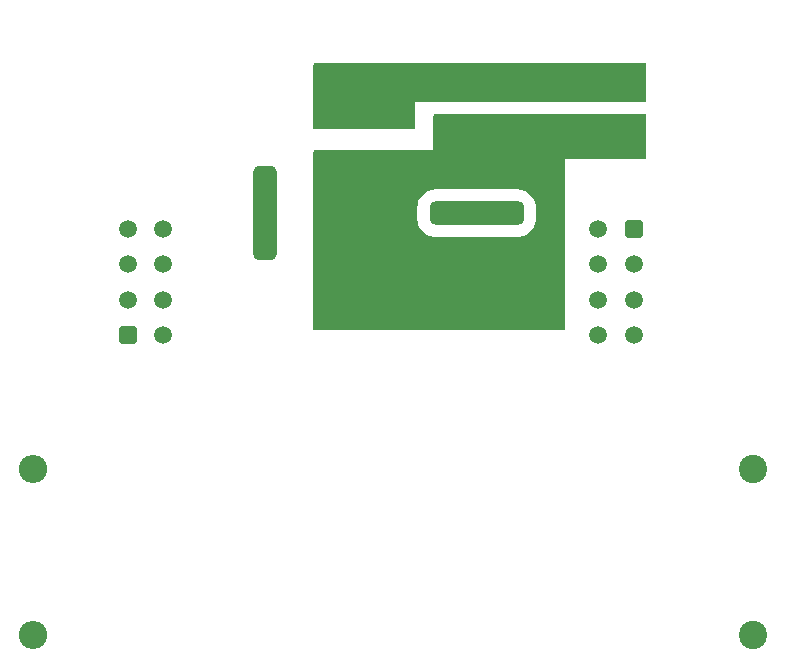
<source format=gbr>
%TF.GenerationSoftware,KiCad,Pcbnew,(6.0.1)*%
%TF.CreationDate,2022-06-01T15:12:45+03:00*%
%TF.ProjectId,Charge Adapter,43686172-6765-4204-9164-61707465722e,rev?*%
%TF.SameCoordinates,Original*%
%TF.FileFunction,Copper,L2,Bot*%
%TF.FilePolarity,Positive*%
%FSLAX46Y46*%
G04 Gerber Fmt 4.6, Leading zero omitted, Abs format (unit mm)*
G04 Created by KiCad (PCBNEW (6.0.1)) date 2022-06-01 15:12:45*
%MOMM*%
%LPD*%
G01*
G04 APERTURE LIST*
G04 Aperture macros list*
%AMRoundRect*
0 Rectangle with rounded corners*
0 $1 Rounding radius*
0 $2 $3 $4 $5 $6 $7 $8 $9 X,Y pos of 4 corners*
0 Add a 4 corners polygon primitive as box body*
4,1,4,$2,$3,$4,$5,$6,$7,$8,$9,$2,$3,0*
0 Add four circle primitives for the rounded corners*
1,1,$1+$1,$2,$3*
1,1,$1+$1,$4,$5*
1,1,$1+$1,$6,$7*
1,1,$1+$1,$8,$9*
0 Add four rect primitives between the rounded corners*
20,1,$1+$1,$2,$3,$4,$5,0*
20,1,$1+$1,$4,$5,$6,$7,0*
20,1,$1+$1,$6,$7,$8,$9,0*
20,1,$1+$1,$8,$9,$2,$3,0*%
G04 Aperture macros list end*
%TA.AperFunction,ComponentPad*%
%ADD10C,2.400000*%
%TD*%
%TA.AperFunction,ComponentPad*%
%ADD11O,2.400000X2.400000*%
%TD*%
%TA.AperFunction,ComponentPad*%
%ADD12RoundRect,0.250001X0.499999X-0.499999X0.499999X0.499999X-0.499999X0.499999X-0.499999X-0.499999X0*%
%TD*%
%TA.AperFunction,ComponentPad*%
%ADD13C,1.500000*%
%TD*%
%TA.AperFunction,ComponentPad*%
%ADD14RoundRect,0.250001X-0.499999X0.499999X-0.499999X-0.499999X0.499999X-0.499999X0.499999X0.499999X0*%
%TD*%
%TA.AperFunction,ComponentPad*%
%ADD15RoundRect,0.500000X3.500000X0.500000X-3.500000X0.500000X-3.500000X-0.500000X3.500000X-0.500000X0*%
%TD*%
%TA.AperFunction,ComponentPad*%
%ADD16RoundRect,0.500000X-0.500000X3.500000X-0.500000X-3.500000X0.500000X-3.500000X0.500000X3.500000X0*%
%TD*%
G04 APERTURE END LIST*
D10*
%TO.P,R2,1*%
%TO.N,Net-(D1-Pad30)*%
X155071000Y-83139000D03*
D11*
%TO.P,R2,2*%
%TO.N,Net-(D1-Pad87)*%
X94111000Y-83139000D03*
%TD*%
D10*
%TO.P,R1,1*%
%TO.N,Net-(D1-Pad30)*%
X155071000Y-97189000D03*
D11*
%TO.P,R1,2*%
%TO.N,Net-(D1-Pad87)*%
X94111000Y-97189000D03*
%TD*%
D12*
%TO.P,J3,1,Pin_1*%
%TO.N,Net-(D1-Pad87)*%
X102153000Y-71810000D03*
D13*
%TO.P,J3,2,Pin_2*%
X102153000Y-68810000D03*
%TO.P,J3,3,Pin_3*%
X102153000Y-65810000D03*
%TO.P,J3,4,Pin_4*%
X102153000Y-62810000D03*
%TO.P,J3,5,Pin_5*%
X105153000Y-71810000D03*
%TO.P,J3,6,Pin_6*%
X105153000Y-68810000D03*
%TO.P,J3,7,Pin_7*%
X105153000Y-65810000D03*
%TO.P,J3,8,Pin_8*%
X105153000Y-62810000D03*
%TD*%
D14*
%TO.P,J2,1,Pin_1*%
%TO.N,Net-(D1-Pad86)*%
X144989000Y-51078000D03*
D13*
%TO.P,J2,2,Pin_2*%
%TO.N,Net-(D1-Pad85)*%
X144989000Y-54078000D03*
%TO.P,J2,3,Pin_3*%
%TO.N,Net-(D1-Pad86)*%
X141989000Y-51078000D03*
%TO.P,J2,4,Pin_4*%
%TO.N,Net-(D1-Pad85)*%
X141989000Y-54078000D03*
%TD*%
D14*
%TO.P,J1,1,Pin_1*%
%TO.N,Net-(D1-Pad30)*%
X144989000Y-62810000D03*
D13*
%TO.P,J1,2,Pin_2*%
X144989000Y-65810000D03*
%TO.P,J1,3,Pin_3*%
X144989000Y-68810000D03*
%TO.P,J1,4,Pin_4*%
X144989000Y-71810000D03*
%TO.P,J1,5,Pin_5*%
X141989000Y-62810000D03*
%TO.P,J1,6,Pin_6*%
X141989000Y-65810000D03*
%TO.P,J1,7,Pin_7*%
X141989000Y-68810000D03*
%TO.P,J1,8,Pin_8*%
X141989000Y-71810000D03*
%TD*%
D15*
%TO.P,D1,30*%
%TO.N,Net-(D1-Pad30)*%
X131674000Y-61468000D03*
%TO.P,D1,85*%
%TO.N,Net-(D1-Pad85)*%
X122174000Y-69868000D03*
%TO.P,D1,86*%
%TO.N,Net-(D1-Pad86)*%
X122174000Y-53068000D03*
D16*
%TO.P,D1,87*%
%TO.N,Net-(D1-Pad87)*%
X113774000Y-61468000D03*
%TD*%
%TA.AperFunction,Conductor*%
%TO.N,Net-(D1-Pad86)*%
G36*
X145992121Y-48788002D02*
G01*
X146038614Y-48841658D01*
X146050000Y-48894000D01*
X146050000Y-51944000D01*
X146029998Y-52012121D01*
X145976342Y-52058614D01*
X145924000Y-52070000D01*
X126492000Y-52070000D01*
X126492000Y-54230000D01*
X126471998Y-54298121D01*
X126418342Y-54344614D01*
X126366000Y-54356000D01*
X117982000Y-54356000D01*
X117913879Y-54335998D01*
X117867386Y-54282342D01*
X117856000Y-54230000D01*
X117856000Y-48894000D01*
X117876002Y-48825879D01*
X117929658Y-48779386D01*
X117982000Y-48768000D01*
X145924000Y-48768000D01*
X145992121Y-48788002D01*
G37*
%TD.AperFunction*%
%TD*%
%TA.AperFunction,Conductor*%
%TO.N,Net-(D1-Pad85)*%
G36*
X145992121Y-53106002D02*
G01*
X146038614Y-53159658D01*
X146050000Y-53212000D01*
X146050000Y-56770000D01*
X146029998Y-56838121D01*
X145976342Y-56884614D01*
X145924000Y-56896000D01*
X139192000Y-56896000D01*
X139192000Y-71248000D01*
X139171998Y-71316121D01*
X139118342Y-71362614D01*
X139066000Y-71374000D01*
X117982000Y-71374000D01*
X117913879Y-71353998D01*
X117867386Y-71300342D01*
X117856000Y-71248000D01*
X117856000Y-62047532D01*
X126673500Y-62047532D01*
X126680897Y-62161920D01*
X126732619Y-62403179D01*
X126823049Y-62632750D01*
X126949761Y-62844469D01*
X127109350Y-63032650D01*
X127297531Y-63192239D01*
X127509250Y-63318951D01*
X127514057Y-63320844D01*
X127514060Y-63320846D01*
X127629931Y-63366488D01*
X127738821Y-63409381D01*
X127867317Y-63436929D01*
X127975563Y-63460135D01*
X127975568Y-63460136D01*
X127980080Y-63461103D01*
X128094468Y-63468500D01*
X135253532Y-63468500D01*
X135367920Y-63461103D01*
X135372432Y-63460136D01*
X135372437Y-63460135D01*
X135480683Y-63436929D01*
X135609179Y-63409381D01*
X135718069Y-63366488D01*
X135833940Y-63320846D01*
X135833943Y-63320844D01*
X135838750Y-63318951D01*
X136050469Y-63192239D01*
X136238650Y-63032650D01*
X136398239Y-62844469D01*
X136524951Y-62632750D01*
X136615381Y-62403179D01*
X136667103Y-62161920D01*
X136674500Y-62047532D01*
X136674500Y-60888468D01*
X136667103Y-60774080D01*
X136615381Y-60532821D01*
X136524951Y-60303250D01*
X136398239Y-60091531D01*
X136238650Y-59903350D01*
X136050469Y-59743761D01*
X135838750Y-59617049D01*
X135833943Y-59615156D01*
X135833940Y-59615154D01*
X135718069Y-59569512D01*
X135609179Y-59526619D01*
X135480683Y-59499071D01*
X135372437Y-59475865D01*
X135372432Y-59475864D01*
X135367920Y-59474897D01*
X135253532Y-59467500D01*
X128094468Y-59467500D01*
X127980080Y-59474897D01*
X127975568Y-59475864D01*
X127975563Y-59475865D01*
X127867317Y-59499071D01*
X127738821Y-59526619D01*
X127629931Y-59569512D01*
X127514060Y-59615154D01*
X127514057Y-59615156D01*
X127509250Y-59617049D01*
X127297531Y-59743761D01*
X127109350Y-59903350D01*
X126949761Y-60091531D01*
X126823049Y-60303250D01*
X126732619Y-60532821D01*
X126680897Y-60774080D01*
X126673500Y-60888468D01*
X126673500Y-62047532D01*
X117856000Y-62047532D01*
X117856000Y-56260000D01*
X117876002Y-56191879D01*
X117929658Y-56145386D01*
X117982000Y-56134000D01*
X128016000Y-56134000D01*
X128016000Y-53212000D01*
X128036002Y-53143879D01*
X128089658Y-53097386D01*
X128142000Y-53086000D01*
X145924000Y-53086000D01*
X145992121Y-53106002D01*
G37*
%TD.AperFunction*%
%TD*%
M02*

</source>
